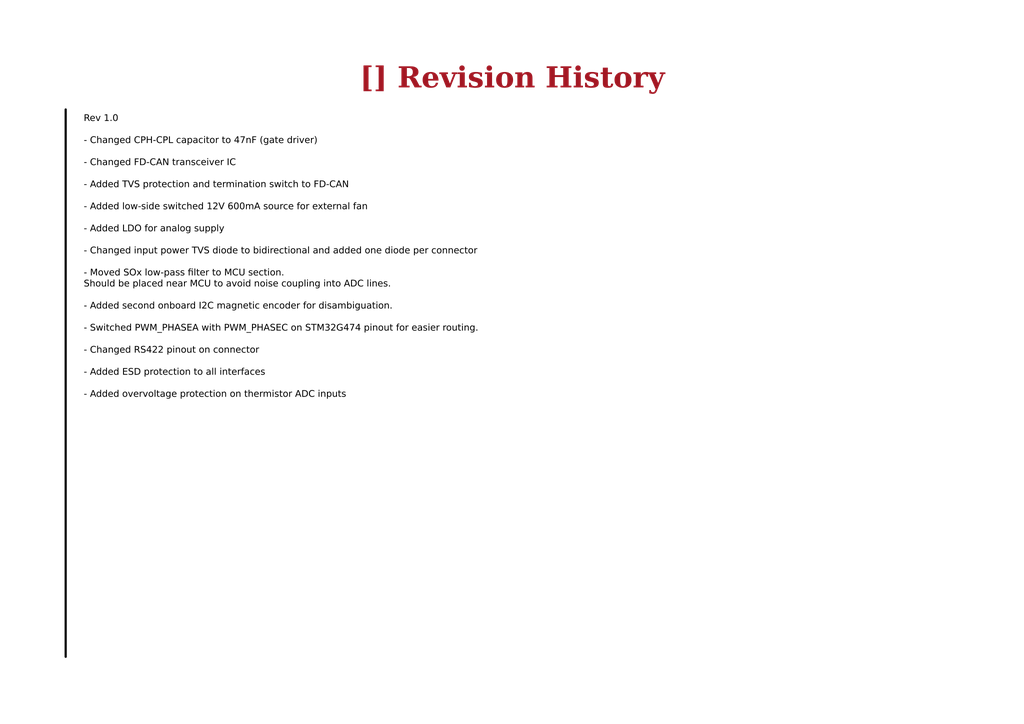
<source format=kicad_sch>
(kicad_sch (version 20230121) (generator eeschema)
  (paper "A4")
  (title_block (title "Revision History") (date "2023-10-15") (rev "${REVISION}") (company "${COMPANY}"))
  (lib_symbols)
  (polyline (pts (xy 19.05 31.75) (xy 19.05 190.5)) (stroke (width 0.635) (color 0 0 0 1)))
  (text_box "[${#}] ${TITLE}" (at 80.01 16.51 0) (size 137.16 12.7) (stroke (width -0.0001)) (effects (font (size 6 6) (thickness 1.2) bold)))
  (text_box "Rev 1.0\n\n- Changed CPH-CPL capacitor to 47nF (gate driver)\n\n- Changed FD-CAN transceiver IC\n\n- Added TVS protection and termination switch to FD-CAN\n\n- Added low-side switched 12V 600mA source for external fan\n\n- Added LDO for analog supply\n\n- Changed input power TVS diode to bidirectional and added one diode per connector\n\n- Moved SOx low-pass filter to MCU section. \nShould be placed near MCU to avoid noise coupling into ADC lines.\n\n- Added second onboard I2C magnetic encoder for disambiguation.\n\n- Switched PWM_PHASEA with PWM_PHASEC on STM32G474 pinout for easier routing.\n\n- Changed RS422 pinout on connector\n\n- Added ESD protection to all interfaces\n\n- Added overvoltage protection on thermistor ADC inputs" (at 22.86 31.75 0) (size 124.46 129.54) (stroke (width -0.0001)) (effects (font (size 1.905 1.905)) (justify left top)))
  (text_box "" (at 152.4 31.75 0) (size 128.27 129.54) (stroke (width -0.0001)) (effects (font (size 1.905 1.905) bold) (justify left top)))
)
</source>
